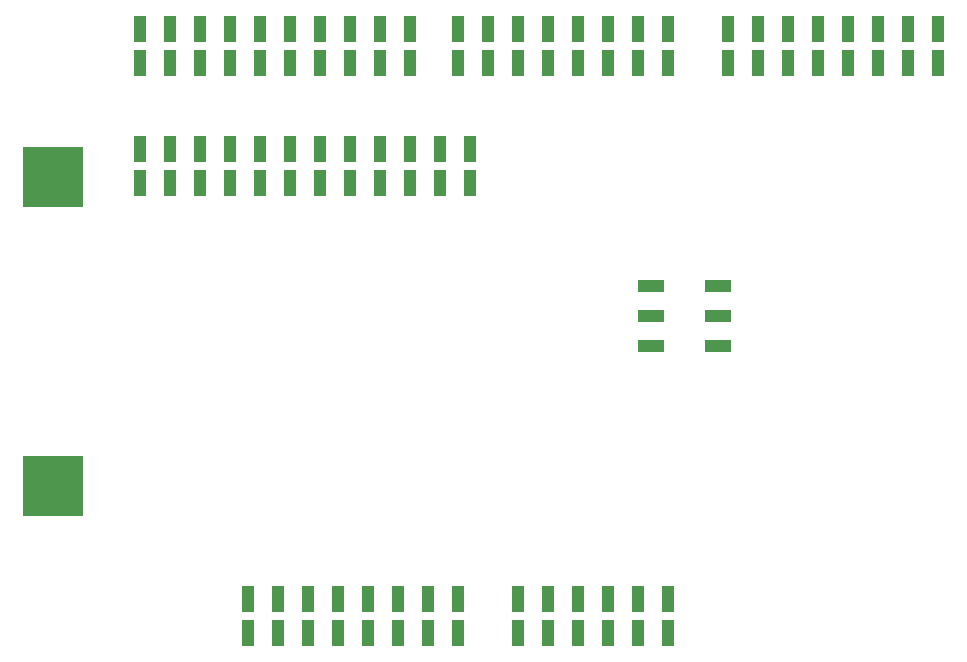
<source format=gbp>
G04 Layer_Color=128*
%FSLAX24Y24*%
%MOIN*%
G70*
G01*
G75*
%ADD48R,0.0402X0.0862*%
%ADD116R,0.2000X0.2000*%
%ADD118R,0.0874X0.0402*%
D48*
X16400Y18577D02*
D03*
X15400D02*
D03*
X18400Y18577D02*
D03*
X17400Y18577D02*
D03*
X14400D02*
D03*
X13400D02*
D03*
X12400Y18577D02*
D03*
X11400Y18577D02*
D03*
X18400Y17423D02*
D03*
X17400Y17423D02*
D03*
X16400D02*
D03*
X13400D02*
D03*
X12400Y17423D02*
D03*
X15400Y17423D02*
D03*
X14400D02*
D03*
X10400Y18577D02*
D03*
X9400D02*
D03*
X8400Y18577D02*
D03*
X7400D02*
D03*
X11400Y17423D02*
D03*
X10400D02*
D03*
X9400D02*
D03*
X8400Y17423D02*
D03*
X7400D02*
D03*
X17000Y2423D02*
D03*
Y3577D02*
D03*
X18000Y2423D02*
D03*
Y3577D02*
D03*
X12000Y2423D02*
D03*
Y3577D02*
D03*
X13000D02*
D03*
Y2423D02*
D03*
X14000Y3577D02*
D03*
Y2423D02*
D03*
X16000Y3577D02*
D03*
Y2423D02*
D03*
X15000Y3577D02*
D03*
Y2423D02*
D03*
X11000D02*
D03*
Y3577D02*
D03*
X19000Y22577D02*
D03*
Y21423D02*
D03*
X18000Y22577D02*
D03*
Y21423D02*
D03*
X24000Y22577D02*
D03*
Y21423D02*
D03*
X23000D02*
D03*
Y22577D02*
D03*
X22000Y21423D02*
D03*
Y22577D02*
D03*
X20000Y21423D02*
D03*
Y22577D02*
D03*
X21000Y21423D02*
D03*
Y22577D02*
D03*
X25000D02*
D03*
Y21423D02*
D03*
X8400Y22577D02*
D03*
Y21423D02*
D03*
X7400Y22577D02*
D03*
Y21423D02*
D03*
X16400D02*
D03*
Y22577D02*
D03*
X12400D02*
D03*
Y21423D02*
D03*
X11400Y22577D02*
D03*
Y21423D02*
D03*
X13400Y22577D02*
D03*
Y21423D02*
D03*
X14400Y22577D02*
D03*
Y21423D02*
D03*
X15400D02*
D03*
Y22577D02*
D03*
X9400Y21423D02*
D03*
Y22577D02*
D03*
X10400Y21423D02*
D03*
Y22577D02*
D03*
X20000Y3577D02*
D03*
Y2423D02*
D03*
X24000D02*
D03*
Y3577D02*
D03*
X25000Y2423D02*
D03*
Y3577D02*
D03*
X23000Y2423D02*
D03*
Y3577D02*
D03*
X22000Y2423D02*
D03*
Y3577D02*
D03*
X21000D02*
D03*
Y2423D02*
D03*
X28000Y22577D02*
D03*
Y21423D02*
D03*
X27000Y22577D02*
D03*
Y21423D02*
D03*
X33000Y22577D02*
D03*
Y21423D02*
D03*
X32000D02*
D03*
Y22577D02*
D03*
X31000Y21423D02*
D03*
Y22577D02*
D03*
X29000Y21423D02*
D03*
Y22577D02*
D03*
X30000Y21423D02*
D03*
Y22577D02*
D03*
X34000D02*
D03*
Y21423D02*
D03*
D116*
X4500Y17644D02*
D03*
Y7344D02*
D03*
D118*
X24438Y12000D02*
D03*
X26662D02*
D03*
X24438Y13000D02*
D03*
Y14000D02*
D03*
X26662Y13000D02*
D03*
Y14000D02*
D03*
M02*

</source>
